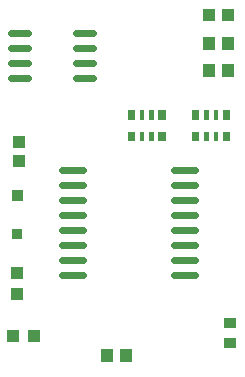
<source format=gtp>
G04 Layer: TopPasteMaskLayer*
G04 EasyEDA v6.4.25, 2022-01-11T00:03:50+05:30*
G04 e79d8a0691a342feb3cd135c88b6c30b,bb4acb9064584a23a31515f2769df67a,10*
G04 Gerber Generator version 0.2*
G04 Scale: 100 percent, Rotated: No, Reflected: No *
G04 Dimensions in millimeters *
G04 leading zeros omitted , absolute positions ,4 integer and 5 decimal *
%FSLAX45Y45*%
%MOMM*%

%ADD11C,0.5740*%
%ADD13R,1.1000X1.0000*%
%ADD14R,1.0000X1.1000*%
%ADD15R,0.9600X0.8800*%
%ADD16R,1.0000X0.8999*%

%LPD*%
D11*
X2237905Y4876800D02*
G01*
X2420556Y4876800D01*
X2237905Y5003800D02*
G01*
X2420556Y5003800D01*
X2237905Y5130800D02*
G01*
X2420556Y5130800D01*
X2237905Y5257800D02*
G01*
X2420556Y5257800D01*
X2237905Y5384800D02*
G01*
X2420556Y5384800D01*
X2237905Y5511800D02*
G01*
X2420556Y5511800D01*
X2237905Y5638800D02*
G01*
X2420556Y5638800D01*
X2237905Y5765800D02*
G01*
X2420556Y5765800D01*
X1287843Y4876800D02*
G01*
X1470494Y4876800D01*
X1287843Y5003800D02*
G01*
X1470494Y5003800D01*
X1287843Y5130800D02*
G01*
X1470494Y5130800D01*
X1287843Y5257800D02*
G01*
X1470494Y5257800D01*
X1287843Y5384800D02*
G01*
X1470494Y5384800D01*
X1287843Y5511800D02*
G01*
X1470494Y5511800D01*
X1287843Y5638800D02*
G01*
X1470494Y5638800D01*
X1287843Y5765800D02*
G01*
X1470494Y5765800D01*
X1410207Y6540500D02*
G01*
X1556359Y6540500D01*
X1410207Y6667500D02*
G01*
X1556359Y6667500D01*
X1410207Y6794500D02*
G01*
X1556359Y6794500D01*
X1410207Y6921500D02*
G01*
X1556359Y6921500D01*
X856640Y6540500D02*
G01*
X1002792Y6540500D01*
X856640Y6667500D02*
G01*
X1002792Y6667500D01*
X856640Y6794500D02*
G01*
X1002792Y6794500D01*
X856640Y6921500D02*
G01*
X1002792Y6921500D01*
D13*
G01*
X914400Y4890592D03*
G01*
X914400Y4710582D03*
D14*
G01*
X1055192Y4356100D03*
G01*
X875182Y4356100D03*
G36*
X962400Y5501800D02*
G01*
X866399Y5501800D01*
X866399Y5589800D01*
X962400Y5589800D01*
G37*
D15*
G01*
X914400Y5223789D03*
D16*
G01*
X2717800Y4296511D03*
G01*
X2717800Y4466513D03*
G36*
X2108799Y6086500D02*
G01*
X2168799Y6086500D01*
X2168799Y6006500D01*
X2108799Y6006500D01*
G37*
G36*
X2108799Y6266500D02*
G01*
X2168799Y6266500D01*
X2168799Y6186500D01*
X2108799Y6186500D01*
G37*
G36*
X2028819Y6086485D02*
G01*
X2068819Y6086485D01*
X2068819Y6006485D01*
X2028819Y6006485D01*
G37*
G36*
X2028799Y6266500D02*
G01*
X2068799Y6266500D01*
X2068799Y6186500D01*
X2028799Y6186500D01*
G37*
G36*
X1948820Y6086485D02*
G01*
X1988820Y6086485D01*
X1988820Y6006485D01*
X1948820Y6006485D01*
G37*
G36*
X1948799Y6266500D02*
G01*
X1988799Y6266500D01*
X1988799Y6186500D01*
X1948799Y6186500D01*
G37*
G36*
X1848799Y6266500D02*
G01*
X1908799Y6266500D01*
X1908799Y6186500D01*
X1848799Y6186500D01*
G37*
G36*
X1848820Y6086485D02*
G01*
X1908820Y6086485D01*
X1908820Y6006485D01*
X1848820Y6006485D01*
G37*
G36*
X2654899Y6086500D02*
G01*
X2714899Y6086500D01*
X2714899Y6006500D01*
X2654899Y6006500D01*
G37*
G36*
X2654899Y6266500D02*
G01*
X2714899Y6266500D01*
X2714899Y6186500D01*
X2654899Y6186500D01*
G37*
G36*
X2574919Y6086485D02*
G01*
X2614919Y6086485D01*
X2614919Y6006485D01*
X2574919Y6006485D01*
G37*
G36*
X2574899Y6266500D02*
G01*
X2614899Y6266500D01*
X2614899Y6186500D01*
X2574899Y6186500D01*
G37*
G36*
X2494920Y6086485D02*
G01*
X2534920Y6086485D01*
X2534920Y6006485D01*
X2494920Y6006485D01*
G37*
G36*
X2494899Y6266500D02*
G01*
X2534899Y6266500D01*
X2534899Y6186500D01*
X2494899Y6186500D01*
G37*
G36*
X2394899Y6266500D02*
G01*
X2454899Y6266500D01*
X2454899Y6186500D01*
X2394899Y6186500D01*
G37*
G36*
X2394920Y6086485D02*
G01*
X2454920Y6086485D01*
X2454920Y6006485D01*
X2394920Y6006485D01*
G37*
D13*
G01*
X927100Y5998210D03*
G01*
X927100Y5838215D03*
G36*
X1782607Y4246001D02*
G01*
X1882607Y4246001D01*
X1882607Y4135998D01*
X1782607Y4135998D01*
G37*
G36*
X1622607Y4246001D02*
G01*
X1722607Y4246001D01*
X1722607Y4135998D01*
X1622607Y4135998D01*
G37*
D14*
G01*
X2536190Y7073900D03*
G01*
X2696184Y7073900D03*
G36*
X2646207Y6887601D02*
G01*
X2746207Y6887601D01*
X2746207Y6777598D01*
X2646207Y6777598D01*
G37*
G36*
X2486207Y6887601D02*
G01*
X2586207Y6887601D01*
X2586207Y6777598D01*
X2486207Y6777598D01*
G37*
G36*
X2646207Y6659001D02*
G01*
X2746207Y6659001D01*
X2746207Y6548998D01*
X2646207Y6548998D01*
G37*
G36*
X2486207Y6659001D02*
G01*
X2586207Y6659001D01*
X2586207Y6548998D01*
X2486207Y6548998D01*
G37*
M02*

</source>
